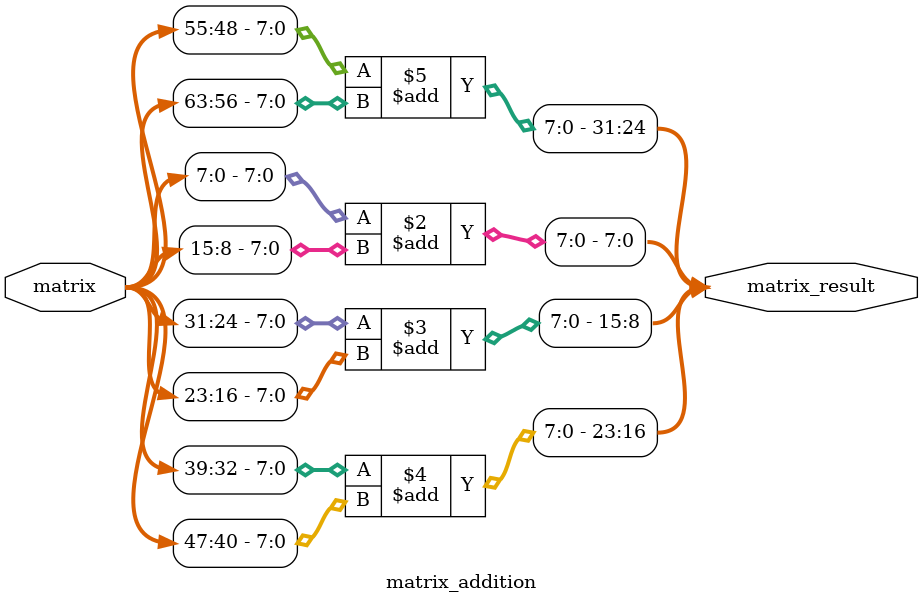
<source format=v>
module matrix_addition(
	input [63:0] matrix,
	output reg [31:0] matrix_result
);

always @(*) begin
	matrix_result[7:0] <= matrix[7:0] + matrix[15:8];
	matrix_result[15:8] <=  matrix[31:24] + matrix[23:16];
	matrix_result[23:16] <= matrix[39:32] + matrix[47:40];
	matrix_result[31:24] <= matrix[55:48] + matrix[63:56];
end

endmodule
</source>
